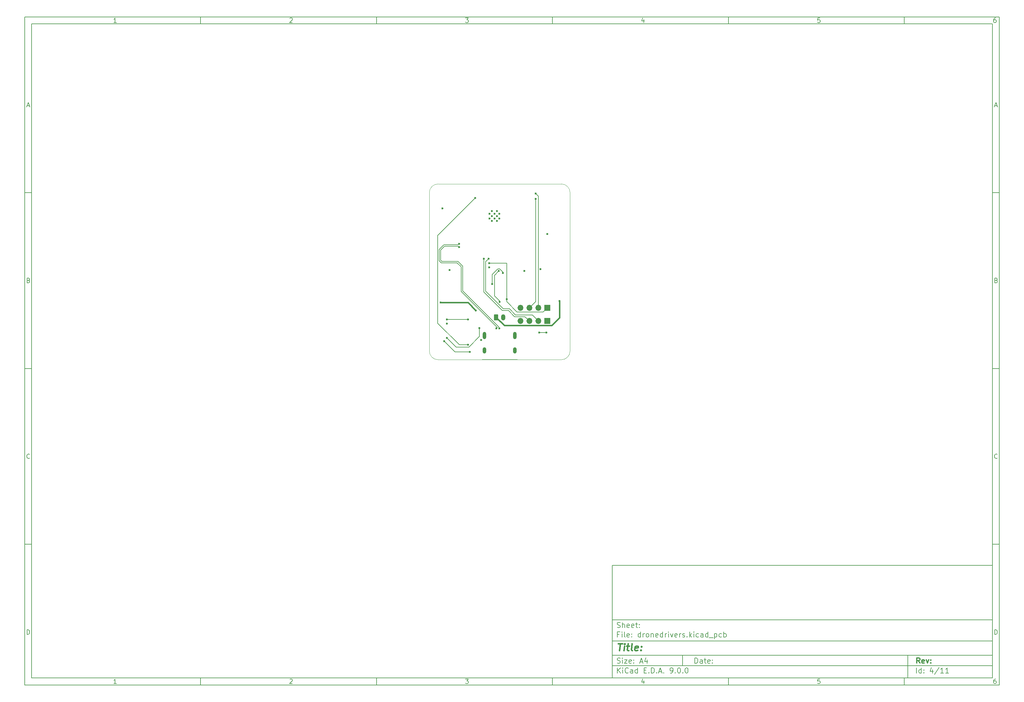
<source format=gbr>
%TF.GenerationSoftware,KiCad,Pcbnew,9.0.0*%
%TF.CreationDate,2025-03-29T01:57:50-05:00*%
%TF.ProjectId,dronedrivers,64726f6e-6564-4726-9976-6572732e6b69,rev?*%
%TF.SameCoordinates,Original*%
%TF.FileFunction,Copper,L4,Bot*%
%TF.FilePolarity,Positive*%
%FSLAX46Y46*%
G04 Gerber Fmt 4.6, Leading zero omitted, Abs format (unit mm)*
G04 Created by KiCad (PCBNEW 9.0.0) date 2025-03-29 01:57:50*
%MOMM*%
%LPD*%
G01*
G04 APERTURE LIST*
G04 Aperture macros list*
%AMRoundRect*
0 Rectangle with rounded corners*
0 $1 Rounding radius*
0 $2 $3 $4 $5 $6 $7 $8 $9 X,Y pos of 4 corners*
0 Add a 4 corners polygon primitive as box body*
4,1,4,$2,$3,$4,$5,$6,$7,$8,$9,$2,$3,0*
0 Add four circle primitives for the rounded corners*
1,1,$1+$1,$2,$3*
1,1,$1+$1,$4,$5*
1,1,$1+$1,$6,$7*
1,1,$1+$1,$8,$9*
0 Add four rect primitives between the rounded corners*
20,1,$1+$1,$2,$3,$4,$5,0*
20,1,$1+$1,$4,$5,$6,$7,0*
20,1,$1+$1,$6,$7,$8,$9,0*
20,1,$1+$1,$8,$9,$2,$3,0*%
G04 Aperture macros list end*
%ADD10C,0.100000*%
%ADD11C,0.150000*%
%ADD12C,0.300000*%
%ADD13C,0.400000*%
%TA.AperFunction,HeatsinkPad*%
%ADD14C,0.600000*%
%TD*%
%TA.AperFunction,HeatsinkPad*%
%ADD15O,1.000000X1.800000*%
%TD*%
%TA.AperFunction,HeatsinkPad*%
%ADD16O,1.000000X2.100000*%
%TD*%
%TA.AperFunction,ComponentPad*%
%ADD17R,1.700000X1.700000*%
%TD*%
%TA.AperFunction,ComponentPad*%
%ADD18O,1.700000X1.700000*%
%TD*%
%TA.AperFunction,ComponentPad*%
%ADD19O,1.200000X1.750000*%
%TD*%
%TA.AperFunction,ComponentPad*%
%ADD20RoundRect,0.250000X-0.350000X-0.625000X0.350000X-0.625000X0.350000X0.625000X-0.350000X0.625000X0*%
%TD*%
%TA.AperFunction,ViaPad*%
%ADD21C,0.600000*%
%TD*%
%TA.AperFunction,Conductor*%
%ADD22C,0.200000*%
%TD*%
%TA.AperFunction,Conductor*%
%ADD23C,0.400000*%
%TD*%
%TA.AperFunction,Profile*%
%ADD24C,0.050000*%
%TD*%
G04 APERTURE END LIST*
D10*
D11*
X177002200Y-166007200D02*
X285002200Y-166007200D01*
X285002200Y-198007200D01*
X177002200Y-198007200D01*
X177002200Y-166007200D01*
D10*
D11*
X10000000Y-10000000D02*
X287002200Y-10000000D01*
X287002200Y-200007200D01*
X10000000Y-200007200D01*
X10000000Y-10000000D01*
D10*
D11*
X12000000Y-12000000D02*
X285002200Y-12000000D01*
X285002200Y-198007200D01*
X12000000Y-198007200D01*
X12000000Y-12000000D01*
D10*
D11*
X60000000Y-12000000D02*
X60000000Y-10000000D01*
D10*
D11*
X110000000Y-12000000D02*
X110000000Y-10000000D01*
D10*
D11*
X160000000Y-12000000D02*
X160000000Y-10000000D01*
D10*
D11*
X210000000Y-12000000D02*
X210000000Y-10000000D01*
D10*
D11*
X260000000Y-12000000D02*
X260000000Y-10000000D01*
D10*
D11*
X36089160Y-11593604D02*
X35346303Y-11593604D01*
X35717731Y-11593604D02*
X35717731Y-10293604D01*
X35717731Y-10293604D02*
X35593922Y-10479319D01*
X35593922Y-10479319D02*
X35470112Y-10603128D01*
X35470112Y-10603128D02*
X35346303Y-10665033D01*
D10*
D11*
X85346303Y-10417414D02*
X85408207Y-10355509D01*
X85408207Y-10355509D02*
X85532017Y-10293604D01*
X85532017Y-10293604D02*
X85841541Y-10293604D01*
X85841541Y-10293604D02*
X85965350Y-10355509D01*
X85965350Y-10355509D02*
X86027255Y-10417414D01*
X86027255Y-10417414D02*
X86089160Y-10541223D01*
X86089160Y-10541223D02*
X86089160Y-10665033D01*
X86089160Y-10665033D02*
X86027255Y-10850747D01*
X86027255Y-10850747D02*
X85284398Y-11593604D01*
X85284398Y-11593604D02*
X86089160Y-11593604D01*
D10*
D11*
X135284398Y-10293604D02*
X136089160Y-10293604D01*
X136089160Y-10293604D02*
X135655826Y-10788842D01*
X135655826Y-10788842D02*
X135841541Y-10788842D01*
X135841541Y-10788842D02*
X135965350Y-10850747D01*
X135965350Y-10850747D02*
X136027255Y-10912652D01*
X136027255Y-10912652D02*
X136089160Y-11036461D01*
X136089160Y-11036461D02*
X136089160Y-11345985D01*
X136089160Y-11345985D02*
X136027255Y-11469795D01*
X136027255Y-11469795D02*
X135965350Y-11531700D01*
X135965350Y-11531700D02*
X135841541Y-11593604D01*
X135841541Y-11593604D02*
X135470112Y-11593604D01*
X135470112Y-11593604D02*
X135346303Y-11531700D01*
X135346303Y-11531700D02*
X135284398Y-11469795D01*
D10*
D11*
X185965350Y-10726938D02*
X185965350Y-11593604D01*
X185655826Y-10231700D02*
X185346303Y-11160271D01*
X185346303Y-11160271D02*
X186151064Y-11160271D01*
D10*
D11*
X236027255Y-10293604D02*
X235408207Y-10293604D01*
X235408207Y-10293604D02*
X235346303Y-10912652D01*
X235346303Y-10912652D02*
X235408207Y-10850747D01*
X235408207Y-10850747D02*
X235532017Y-10788842D01*
X235532017Y-10788842D02*
X235841541Y-10788842D01*
X235841541Y-10788842D02*
X235965350Y-10850747D01*
X235965350Y-10850747D02*
X236027255Y-10912652D01*
X236027255Y-10912652D02*
X236089160Y-11036461D01*
X236089160Y-11036461D02*
X236089160Y-11345985D01*
X236089160Y-11345985D02*
X236027255Y-11469795D01*
X236027255Y-11469795D02*
X235965350Y-11531700D01*
X235965350Y-11531700D02*
X235841541Y-11593604D01*
X235841541Y-11593604D02*
X235532017Y-11593604D01*
X235532017Y-11593604D02*
X235408207Y-11531700D01*
X235408207Y-11531700D02*
X235346303Y-11469795D01*
D10*
D11*
X285965350Y-10293604D02*
X285717731Y-10293604D01*
X285717731Y-10293604D02*
X285593922Y-10355509D01*
X285593922Y-10355509D02*
X285532017Y-10417414D01*
X285532017Y-10417414D02*
X285408207Y-10603128D01*
X285408207Y-10603128D02*
X285346303Y-10850747D01*
X285346303Y-10850747D02*
X285346303Y-11345985D01*
X285346303Y-11345985D02*
X285408207Y-11469795D01*
X285408207Y-11469795D02*
X285470112Y-11531700D01*
X285470112Y-11531700D02*
X285593922Y-11593604D01*
X285593922Y-11593604D02*
X285841541Y-11593604D01*
X285841541Y-11593604D02*
X285965350Y-11531700D01*
X285965350Y-11531700D02*
X286027255Y-11469795D01*
X286027255Y-11469795D02*
X286089160Y-11345985D01*
X286089160Y-11345985D02*
X286089160Y-11036461D01*
X286089160Y-11036461D02*
X286027255Y-10912652D01*
X286027255Y-10912652D02*
X285965350Y-10850747D01*
X285965350Y-10850747D02*
X285841541Y-10788842D01*
X285841541Y-10788842D02*
X285593922Y-10788842D01*
X285593922Y-10788842D02*
X285470112Y-10850747D01*
X285470112Y-10850747D02*
X285408207Y-10912652D01*
X285408207Y-10912652D02*
X285346303Y-11036461D01*
D10*
D11*
X60000000Y-198007200D02*
X60000000Y-200007200D01*
D10*
D11*
X110000000Y-198007200D02*
X110000000Y-200007200D01*
D10*
D11*
X160000000Y-198007200D02*
X160000000Y-200007200D01*
D10*
D11*
X210000000Y-198007200D02*
X210000000Y-200007200D01*
D10*
D11*
X260000000Y-198007200D02*
X260000000Y-200007200D01*
D10*
D11*
X36089160Y-199600804D02*
X35346303Y-199600804D01*
X35717731Y-199600804D02*
X35717731Y-198300804D01*
X35717731Y-198300804D02*
X35593922Y-198486519D01*
X35593922Y-198486519D02*
X35470112Y-198610328D01*
X35470112Y-198610328D02*
X35346303Y-198672233D01*
D10*
D11*
X85346303Y-198424614D02*
X85408207Y-198362709D01*
X85408207Y-198362709D02*
X85532017Y-198300804D01*
X85532017Y-198300804D02*
X85841541Y-198300804D01*
X85841541Y-198300804D02*
X85965350Y-198362709D01*
X85965350Y-198362709D02*
X86027255Y-198424614D01*
X86027255Y-198424614D02*
X86089160Y-198548423D01*
X86089160Y-198548423D02*
X86089160Y-198672233D01*
X86089160Y-198672233D02*
X86027255Y-198857947D01*
X86027255Y-198857947D02*
X85284398Y-199600804D01*
X85284398Y-199600804D02*
X86089160Y-199600804D01*
D10*
D11*
X135284398Y-198300804D02*
X136089160Y-198300804D01*
X136089160Y-198300804D02*
X135655826Y-198796042D01*
X135655826Y-198796042D02*
X135841541Y-198796042D01*
X135841541Y-198796042D02*
X135965350Y-198857947D01*
X135965350Y-198857947D02*
X136027255Y-198919852D01*
X136027255Y-198919852D02*
X136089160Y-199043661D01*
X136089160Y-199043661D02*
X136089160Y-199353185D01*
X136089160Y-199353185D02*
X136027255Y-199476995D01*
X136027255Y-199476995D02*
X135965350Y-199538900D01*
X135965350Y-199538900D02*
X135841541Y-199600804D01*
X135841541Y-199600804D02*
X135470112Y-199600804D01*
X135470112Y-199600804D02*
X135346303Y-199538900D01*
X135346303Y-199538900D02*
X135284398Y-199476995D01*
D10*
D11*
X185965350Y-198734138D02*
X185965350Y-199600804D01*
X185655826Y-198238900D02*
X185346303Y-199167471D01*
X185346303Y-199167471D02*
X186151064Y-199167471D01*
D10*
D11*
X236027255Y-198300804D02*
X235408207Y-198300804D01*
X235408207Y-198300804D02*
X235346303Y-198919852D01*
X235346303Y-198919852D02*
X235408207Y-198857947D01*
X235408207Y-198857947D02*
X235532017Y-198796042D01*
X235532017Y-198796042D02*
X235841541Y-198796042D01*
X235841541Y-198796042D02*
X235965350Y-198857947D01*
X235965350Y-198857947D02*
X236027255Y-198919852D01*
X236027255Y-198919852D02*
X236089160Y-199043661D01*
X236089160Y-199043661D02*
X236089160Y-199353185D01*
X236089160Y-199353185D02*
X236027255Y-199476995D01*
X236027255Y-199476995D02*
X235965350Y-199538900D01*
X235965350Y-199538900D02*
X235841541Y-199600804D01*
X235841541Y-199600804D02*
X235532017Y-199600804D01*
X235532017Y-199600804D02*
X235408207Y-199538900D01*
X235408207Y-199538900D02*
X235346303Y-199476995D01*
D10*
D11*
X285965350Y-198300804D02*
X285717731Y-198300804D01*
X285717731Y-198300804D02*
X285593922Y-198362709D01*
X285593922Y-198362709D02*
X285532017Y-198424614D01*
X285532017Y-198424614D02*
X285408207Y-198610328D01*
X285408207Y-198610328D02*
X285346303Y-198857947D01*
X285346303Y-198857947D02*
X285346303Y-199353185D01*
X285346303Y-199353185D02*
X285408207Y-199476995D01*
X285408207Y-199476995D02*
X285470112Y-199538900D01*
X285470112Y-199538900D02*
X285593922Y-199600804D01*
X285593922Y-199600804D02*
X285841541Y-199600804D01*
X285841541Y-199600804D02*
X285965350Y-199538900D01*
X285965350Y-199538900D02*
X286027255Y-199476995D01*
X286027255Y-199476995D02*
X286089160Y-199353185D01*
X286089160Y-199353185D02*
X286089160Y-199043661D01*
X286089160Y-199043661D02*
X286027255Y-198919852D01*
X286027255Y-198919852D02*
X285965350Y-198857947D01*
X285965350Y-198857947D02*
X285841541Y-198796042D01*
X285841541Y-198796042D02*
X285593922Y-198796042D01*
X285593922Y-198796042D02*
X285470112Y-198857947D01*
X285470112Y-198857947D02*
X285408207Y-198919852D01*
X285408207Y-198919852D02*
X285346303Y-199043661D01*
D10*
D11*
X10000000Y-60000000D02*
X12000000Y-60000000D01*
D10*
D11*
X10000000Y-110000000D02*
X12000000Y-110000000D01*
D10*
D11*
X10000000Y-160000000D02*
X12000000Y-160000000D01*
D10*
D11*
X10690476Y-35222176D02*
X11309523Y-35222176D01*
X10566666Y-35593604D02*
X10999999Y-34293604D01*
X10999999Y-34293604D02*
X11433333Y-35593604D01*
D10*
D11*
X11092857Y-84912652D02*
X11278571Y-84974557D01*
X11278571Y-84974557D02*
X11340476Y-85036461D01*
X11340476Y-85036461D02*
X11402380Y-85160271D01*
X11402380Y-85160271D02*
X11402380Y-85345985D01*
X11402380Y-85345985D02*
X11340476Y-85469795D01*
X11340476Y-85469795D02*
X11278571Y-85531700D01*
X11278571Y-85531700D02*
X11154761Y-85593604D01*
X11154761Y-85593604D02*
X10659523Y-85593604D01*
X10659523Y-85593604D02*
X10659523Y-84293604D01*
X10659523Y-84293604D02*
X11092857Y-84293604D01*
X11092857Y-84293604D02*
X11216666Y-84355509D01*
X11216666Y-84355509D02*
X11278571Y-84417414D01*
X11278571Y-84417414D02*
X11340476Y-84541223D01*
X11340476Y-84541223D02*
X11340476Y-84665033D01*
X11340476Y-84665033D02*
X11278571Y-84788842D01*
X11278571Y-84788842D02*
X11216666Y-84850747D01*
X11216666Y-84850747D02*
X11092857Y-84912652D01*
X11092857Y-84912652D02*
X10659523Y-84912652D01*
D10*
D11*
X11402380Y-135469795D02*
X11340476Y-135531700D01*
X11340476Y-135531700D02*
X11154761Y-135593604D01*
X11154761Y-135593604D02*
X11030952Y-135593604D01*
X11030952Y-135593604D02*
X10845238Y-135531700D01*
X10845238Y-135531700D02*
X10721428Y-135407890D01*
X10721428Y-135407890D02*
X10659523Y-135284080D01*
X10659523Y-135284080D02*
X10597619Y-135036461D01*
X10597619Y-135036461D02*
X10597619Y-134850747D01*
X10597619Y-134850747D02*
X10659523Y-134603128D01*
X10659523Y-134603128D02*
X10721428Y-134479319D01*
X10721428Y-134479319D02*
X10845238Y-134355509D01*
X10845238Y-134355509D02*
X11030952Y-134293604D01*
X11030952Y-134293604D02*
X11154761Y-134293604D01*
X11154761Y-134293604D02*
X11340476Y-134355509D01*
X11340476Y-134355509D02*
X11402380Y-134417414D01*
D10*
D11*
X10659523Y-185593604D02*
X10659523Y-184293604D01*
X10659523Y-184293604D02*
X10969047Y-184293604D01*
X10969047Y-184293604D02*
X11154761Y-184355509D01*
X11154761Y-184355509D02*
X11278571Y-184479319D01*
X11278571Y-184479319D02*
X11340476Y-184603128D01*
X11340476Y-184603128D02*
X11402380Y-184850747D01*
X11402380Y-184850747D02*
X11402380Y-185036461D01*
X11402380Y-185036461D02*
X11340476Y-185284080D01*
X11340476Y-185284080D02*
X11278571Y-185407890D01*
X11278571Y-185407890D02*
X11154761Y-185531700D01*
X11154761Y-185531700D02*
X10969047Y-185593604D01*
X10969047Y-185593604D02*
X10659523Y-185593604D01*
D10*
D11*
X287002200Y-60000000D02*
X285002200Y-60000000D01*
D10*
D11*
X287002200Y-110000000D02*
X285002200Y-110000000D01*
D10*
D11*
X287002200Y-160000000D02*
X285002200Y-160000000D01*
D10*
D11*
X285692676Y-35222176D02*
X286311723Y-35222176D01*
X285568866Y-35593604D02*
X286002199Y-34293604D01*
X286002199Y-34293604D02*
X286435533Y-35593604D01*
D10*
D11*
X286095057Y-84912652D02*
X286280771Y-84974557D01*
X286280771Y-84974557D02*
X286342676Y-85036461D01*
X286342676Y-85036461D02*
X286404580Y-85160271D01*
X286404580Y-85160271D02*
X286404580Y-85345985D01*
X286404580Y-85345985D02*
X286342676Y-85469795D01*
X286342676Y-85469795D02*
X286280771Y-85531700D01*
X286280771Y-85531700D02*
X286156961Y-85593604D01*
X286156961Y-85593604D02*
X285661723Y-85593604D01*
X285661723Y-85593604D02*
X285661723Y-84293604D01*
X285661723Y-84293604D02*
X286095057Y-84293604D01*
X286095057Y-84293604D02*
X286218866Y-84355509D01*
X286218866Y-84355509D02*
X286280771Y-84417414D01*
X286280771Y-84417414D02*
X286342676Y-84541223D01*
X286342676Y-84541223D02*
X286342676Y-84665033D01*
X286342676Y-84665033D02*
X286280771Y-84788842D01*
X286280771Y-84788842D02*
X286218866Y-84850747D01*
X286218866Y-84850747D02*
X286095057Y-84912652D01*
X286095057Y-84912652D02*
X285661723Y-84912652D01*
D10*
D11*
X286404580Y-135469795D02*
X286342676Y-135531700D01*
X286342676Y-135531700D02*
X286156961Y-135593604D01*
X286156961Y-135593604D02*
X286033152Y-135593604D01*
X286033152Y-135593604D02*
X285847438Y-135531700D01*
X285847438Y-135531700D02*
X285723628Y-135407890D01*
X285723628Y-135407890D02*
X285661723Y-135284080D01*
X285661723Y-135284080D02*
X285599819Y-135036461D01*
X285599819Y-135036461D02*
X285599819Y-134850747D01*
X285599819Y-134850747D02*
X285661723Y-134603128D01*
X285661723Y-134603128D02*
X285723628Y-134479319D01*
X285723628Y-134479319D02*
X285847438Y-134355509D01*
X285847438Y-134355509D02*
X286033152Y-134293604D01*
X286033152Y-134293604D02*
X286156961Y-134293604D01*
X286156961Y-134293604D02*
X286342676Y-134355509D01*
X286342676Y-134355509D02*
X286404580Y-134417414D01*
D10*
D11*
X285661723Y-185593604D02*
X285661723Y-184293604D01*
X285661723Y-184293604D02*
X285971247Y-184293604D01*
X285971247Y-184293604D02*
X286156961Y-184355509D01*
X286156961Y-184355509D02*
X286280771Y-184479319D01*
X286280771Y-184479319D02*
X286342676Y-184603128D01*
X286342676Y-184603128D02*
X286404580Y-184850747D01*
X286404580Y-184850747D02*
X286404580Y-185036461D01*
X286404580Y-185036461D02*
X286342676Y-185284080D01*
X286342676Y-185284080D02*
X286280771Y-185407890D01*
X286280771Y-185407890D02*
X286156961Y-185531700D01*
X286156961Y-185531700D02*
X285971247Y-185593604D01*
X285971247Y-185593604D02*
X285661723Y-185593604D01*
D10*
D11*
X200458026Y-193793328D02*
X200458026Y-192293328D01*
X200458026Y-192293328D02*
X200815169Y-192293328D01*
X200815169Y-192293328D02*
X201029455Y-192364757D01*
X201029455Y-192364757D02*
X201172312Y-192507614D01*
X201172312Y-192507614D02*
X201243741Y-192650471D01*
X201243741Y-192650471D02*
X201315169Y-192936185D01*
X201315169Y-192936185D02*
X201315169Y-193150471D01*
X201315169Y-193150471D02*
X201243741Y-193436185D01*
X201243741Y-193436185D02*
X201172312Y-193579042D01*
X201172312Y-193579042D02*
X201029455Y-193721900D01*
X201029455Y-193721900D02*
X200815169Y-193793328D01*
X200815169Y-193793328D02*
X200458026Y-193793328D01*
X202600884Y-193793328D02*
X202600884Y-193007614D01*
X202600884Y-193007614D02*
X202529455Y-192864757D01*
X202529455Y-192864757D02*
X202386598Y-192793328D01*
X202386598Y-192793328D02*
X202100884Y-192793328D01*
X202100884Y-192793328D02*
X201958026Y-192864757D01*
X202600884Y-193721900D02*
X202458026Y-193793328D01*
X202458026Y-193793328D02*
X202100884Y-193793328D01*
X202100884Y-193793328D02*
X201958026Y-193721900D01*
X201958026Y-193721900D02*
X201886598Y-193579042D01*
X201886598Y-193579042D02*
X201886598Y-193436185D01*
X201886598Y-193436185D02*
X201958026Y-193293328D01*
X201958026Y-193293328D02*
X202100884Y-193221900D01*
X202100884Y-193221900D02*
X202458026Y-193221900D01*
X202458026Y-193221900D02*
X202600884Y-193150471D01*
X203100884Y-192793328D02*
X203672312Y-192793328D01*
X203315169Y-192293328D02*
X203315169Y-193579042D01*
X203315169Y-193579042D02*
X203386598Y-193721900D01*
X203386598Y-193721900D02*
X203529455Y-193793328D01*
X203529455Y-193793328D02*
X203672312Y-193793328D01*
X204743741Y-193721900D02*
X204600884Y-193793328D01*
X204600884Y-193793328D02*
X204315170Y-193793328D01*
X204315170Y-193793328D02*
X204172312Y-193721900D01*
X204172312Y-193721900D02*
X204100884Y-193579042D01*
X204100884Y-193579042D02*
X204100884Y-193007614D01*
X204100884Y-193007614D02*
X204172312Y-192864757D01*
X204172312Y-192864757D02*
X204315170Y-192793328D01*
X204315170Y-192793328D02*
X204600884Y-192793328D01*
X204600884Y-192793328D02*
X204743741Y-192864757D01*
X204743741Y-192864757D02*
X204815170Y-193007614D01*
X204815170Y-193007614D02*
X204815170Y-193150471D01*
X204815170Y-193150471D02*
X204100884Y-193293328D01*
X205458026Y-193650471D02*
X205529455Y-193721900D01*
X205529455Y-193721900D02*
X205458026Y-193793328D01*
X205458026Y-193793328D02*
X205386598Y-193721900D01*
X205386598Y-193721900D02*
X205458026Y-193650471D01*
X205458026Y-193650471D02*
X205458026Y-193793328D01*
X205458026Y-192864757D02*
X205529455Y-192936185D01*
X205529455Y-192936185D02*
X205458026Y-193007614D01*
X205458026Y-193007614D02*
X205386598Y-192936185D01*
X205386598Y-192936185D02*
X205458026Y-192864757D01*
X205458026Y-192864757D02*
X205458026Y-193007614D01*
D10*
D11*
X177002200Y-194507200D02*
X285002200Y-194507200D01*
D10*
D11*
X178458026Y-196593328D02*
X178458026Y-195093328D01*
X179315169Y-196593328D02*
X178672312Y-195736185D01*
X179315169Y-195093328D02*
X178458026Y-195950471D01*
X179958026Y-196593328D02*
X179958026Y-195593328D01*
X179958026Y-195093328D02*
X179886598Y-195164757D01*
X179886598Y-195164757D02*
X179958026Y-195236185D01*
X179958026Y-195236185D02*
X180029455Y-195164757D01*
X180029455Y-195164757D02*
X179958026Y-195093328D01*
X179958026Y-195093328D02*
X179958026Y-195236185D01*
X181529455Y-196450471D02*
X181458027Y-196521900D01*
X181458027Y-196521900D02*
X181243741Y-196593328D01*
X181243741Y-196593328D02*
X181100884Y-196593328D01*
X181100884Y-196593328D02*
X180886598Y-196521900D01*
X180886598Y-196521900D02*
X180743741Y-196379042D01*
X180743741Y-196379042D02*
X180672312Y-196236185D01*
X180672312Y-196236185D02*
X180600884Y-195950471D01*
X180600884Y-195950471D02*
X180600884Y-195736185D01*
X180600884Y-195736185D02*
X180672312Y-195450471D01*
X180672312Y-195450471D02*
X180743741Y-195307614D01*
X180743741Y-195307614D02*
X180886598Y-195164757D01*
X180886598Y-195164757D02*
X181100884Y-195093328D01*
X181100884Y-195093328D02*
X181243741Y-195093328D01*
X181243741Y-195093328D02*
X181458027Y-195164757D01*
X181458027Y-195164757D02*
X181529455Y-195236185D01*
X182815170Y-196593328D02*
X182815170Y-195807614D01*
X182815170Y-195807614D02*
X182743741Y-195664757D01*
X182743741Y-195664757D02*
X182600884Y-195593328D01*
X182600884Y-195593328D02*
X182315170Y-195593328D01*
X182315170Y-195593328D02*
X182172312Y-195664757D01*
X182815170Y-196521900D02*
X182672312Y-196593328D01*
X182672312Y-196593328D02*
X182315170Y-196593328D01*
X182315170Y-196593328D02*
X182172312Y-196521900D01*
X182172312Y-196521900D02*
X182100884Y-196379042D01*
X182100884Y-196379042D02*
X182100884Y-196236185D01*
X182100884Y-196236185D02*
X182172312Y-196093328D01*
X182172312Y-196093328D02*
X182315170Y-196021900D01*
X182315170Y-196021900D02*
X182672312Y-196021900D01*
X182672312Y-196021900D02*
X182815170Y-195950471D01*
X184172313Y-196593328D02*
X184172313Y-195093328D01*
X184172313Y-196521900D02*
X184029455Y-196593328D01*
X184029455Y-196593328D02*
X183743741Y-196593328D01*
X183743741Y-196593328D02*
X183600884Y-196521900D01*
X183600884Y-196521900D02*
X183529455Y-196450471D01*
X183529455Y-196450471D02*
X183458027Y-196307614D01*
X183458027Y-196307614D02*
X183458027Y-195879042D01*
X183458027Y-195879042D02*
X183529455Y-195736185D01*
X183529455Y-195736185D02*
X183600884Y-195664757D01*
X183600884Y-195664757D02*
X183743741Y-195593328D01*
X183743741Y-195593328D02*
X184029455Y-195593328D01*
X184029455Y-195593328D02*
X184172313Y-195664757D01*
X186029455Y-195807614D02*
X186529455Y-195807614D01*
X186743741Y-196593328D02*
X186029455Y-196593328D01*
X186029455Y-196593328D02*
X186029455Y-195093328D01*
X186029455Y-195093328D02*
X186743741Y-195093328D01*
X187386598Y-196450471D02*
X187458027Y-196521900D01*
X187458027Y-196521900D02*
X187386598Y-196593328D01*
X187386598Y-196593328D02*
X187315170Y-196521900D01*
X187315170Y-196521900D02*
X187386598Y-196450471D01*
X187386598Y-196450471D02*
X187386598Y-196593328D01*
X188100884Y-196593328D02*
X188100884Y-195093328D01*
X188100884Y-195093328D02*
X188458027Y-195093328D01*
X188458027Y-195093328D02*
X188672313Y-195164757D01*
X188672313Y-195164757D02*
X188815170Y-195307614D01*
X188815170Y-195307614D02*
X188886599Y-195450471D01*
X188886599Y-195450471D02*
X188958027Y-195736185D01*
X188958027Y-195736185D02*
X188958027Y-195950471D01*
X188958027Y-195950471D02*
X188886599Y-196236185D01*
X188886599Y-196236185D02*
X188815170Y-196379042D01*
X188815170Y-196379042D02*
X188672313Y-196521900D01*
X188672313Y-196521900D02*
X188458027Y-196593328D01*
X188458027Y-196593328D02*
X188100884Y-196593328D01*
X189600884Y-196450471D02*
X189672313Y-196521900D01*
X189672313Y-196521900D02*
X189600884Y-196593328D01*
X189600884Y-196593328D02*
X189529456Y-196521900D01*
X189529456Y-196521900D02*
X189600884Y-196450471D01*
X189600884Y-196450471D02*
X189600884Y-196593328D01*
X190243742Y-196164757D02*
X190958028Y-196164757D01*
X190100885Y-196593328D02*
X190600885Y-195093328D01*
X190600885Y-195093328D02*
X191100885Y-196593328D01*
X191600884Y-196450471D02*
X191672313Y-196521900D01*
X191672313Y-196521900D02*
X191600884Y-196593328D01*
X191600884Y-196593328D02*
X191529456Y-196521900D01*
X191529456Y-196521900D02*
X191600884Y-196450471D01*
X191600884Y-196450471D02*
X191600884Y-196593328D01*
X193529456Y-196593328D02*
X193815170Y-196593328D01*
X193815170Y-196593328D02*
X193958027Y-196521900D01*
X193958027Y-196521900D02*
X194029456Y-196450471D01*
X194029456Y-196450471D02*
X194172313Y-196236185D01*
X194172313Y-196236185D02*
X194243742Y-195950471D01*
X194243742Y-195950471D02*
X194243742Y-195379042D01*
X194243742Y-195379042D02*
X194172313Y-195236185D01*
X194172313Y-195236185D02*
X194100885Y-195164757D01*
X194100885Y-195164757D02*
X193958027Y-195093328D01*
X193958027Y-195093328D02*
X193672313Y-195093328D01*
X193672313Y-195093328D02*
X193529456Y-195164757D01*
X193529456Y-195164757D02*
X193458027Y-195236185D01*
X193458027Y-195236185D02*
X193386599Y-195379042D01*
X193386599Y-195379042D02*
X193386599Y-195736185D01*
X193386599Y-195736185D02*
X193458027Y-195879042D01*
X193458027Y-195879042D02*
X193529456Y-195950471D01*
X193529456Y-195950471D02*
X193672313Y-196021900D01*
X193672313Y-196021900D02*
X193958027Y-196021900D01*
X193958027Y-196021900D02*
X194100885Y-195950471D01*
X194100885Y-195950471D02*
X194172313Y-195879042D01*
X194172313Y-195879042D02*
X194243742Y-195736185D01*
X194886598Y-196450471D02*
X194958027Y-196521900D01*
X194958027Y-196521900D02*
X194886598Y-196593328D01*
X194886598Y-196593328D02*
X194815170Y-196521900D01*
X194815170Y-196521900D02*
X194886598Y-196450471D01*
X194886598Y-196450471D02*
X194886598Y-196593328D01*
X195886599Y-195093328D02*
X196029456Y-195093328D01*
X196029456Y-195093328D02*
X196172313Y-195164757D01*
X196172313Y-195164757D02*
X196243742Y-195236185D01*
X196243742Y-195236185D02*
X196315170Y-195379042D01*
X196315170Y-195379042D02*
X196386599Y-195664757D01*
X196386599Y-195664757D02*
X196386599Y-196021900D01*
X196386599Y-196021900D02*
X196315170Y-196307614D01*
X196315170Y-196307614D02*
X196243742Y-196450471D01*
X196243742Y-196450471D02*
X196172313Y-196521900D01*
X196172313Y-196521900D02*
X196029456Y-196593328D01*
X196029456Y-196593328D02*
X195886599Y-196593328D01*
X195886599Y-196593328D02*
X195743742Y-196521900D01*
X195743742Y-196521900D02*
X195672313Y-196450471D01*
X195672313Y-196450471D02*
X195600884Y-196307614D01*
X195600884Y-196307614D02*
X195529456Y-196021900D01*
X195529456Y-196021900D02*
X195529456Y-195664757D01*
X195529456Y-195664757D02*
X195600884Y-195379042D01*
X195600884Y-195379042D02*
X195672313Y-195236185D01*
X195672313Y-195236185D02*
X195743742Y-195164757D01*
X195743742Y-195164757D02*
X195886599Y-195093328D01*
X197029455Y-196450471D02*
X197100884Y-196521900D01*
X197100884Y-196521900D02*
X197029455Y-196593328D01*
X197029455Y-196593328D02*
X196958027Y-196521900D01*
X196958027Y-196521900D02*
X197029455Y-196450471D01*
X197029455Y-196450471D02*
X197029455Y-196593328D01*
X198029456Y-195093328D02*
X198172313Y-195093328D01*
X198172313Y-195093328D02*
X198315170Y-195164757D01*
X198315170Y-195164757D02*
X198386599Y-195236185D01*
X198386599Y-195236185D02*
X198458027Y-195379042D01*
X198458027Y-195379042D02*
X198529456Y-195664757D01*
X198529456Y-195664757D02*
X198529456Y-196021900D01*
X198529456Y-196021900D02*
X198458027Y-196307614D01*
X198458027Y-196307614D02*
X198386599Y-196450471D01*
X198386599Y-196450471D02*
X198315170Y-196521900D01*
X198315170Y-196521900D02*
X198172313Y-196593328D01*
X198172313Y-196593328D02*
X198029456Y-196593328D01*
X198029456Y-196593328D02*
X197886599Y-196521900D01*
X197886599Y-196521900D02*
X197815170Y-196450471D01*
X197815170Y-196450471D02*
X197743741Y-196307614D01*
X197743741Y-196307614D02*
X197672313Y-196021900D01*
X197672313Y-196021900D02*
X197672313Y-195664757D01*
X197672313Y-195664757D02*
X197743741Y-195379042D01*
X197743741Y-195379042D02*
X197815170Y-195236185D01*
X197815170Y-195236185D02*
X197886599Y-195164757D01*
X197886599Y-195164757D02*
X198029456Y-195093328D01*
D10*
D11*
X177002200Y-191507200D02*
X285002200Y-191507200D01*
D10*
D12*
X264413853Y-193785528D02*
X263913853Y-193071242D01*
X263556710Y-193785528D02*
X263556710Y-192285528D01*
X263556710Y-192285528D02*
X264128139Y-192285528D01*
X264128139Y-192285528D02*
X264270996Y-192356957D01*
X264270996Y-192356957D02*
X264342425Y-192428385D01*
X264342425Y-192428385D02*
X264413853Y-192571242D01*
X264413853Y-192571242D02*
X264413853Y-192785528D01*
X264413853Y-192785528D02*
X264342425Y-192928385D01*
X264342425Y-192928385D02*
X264270996Y-192999814D01*
X264270996Y-192999814D02*
X264128139Y-193071242D01*
X264128139Y-193071242D02*
X263556710Y-193071242D01*
X265628139Y-193714100D02*
X265485282Y-193785528D01*
X265485282Y-193785528D02*
X265199568Y-193785528D01*
X265199568Y-193785528D02*
X265056710Y-193714100D01*
X265056710Y-193714100D02*
X264985282Y-193571242D01*
X264985282Y-193571242D02*
X264985282Y-192999814D01*
X264985282Y-192999814D02*
X265056710Y-192856957D01*
X265056710Y-192856957D02*
X265199568Y-192785528D01*
X265199568Y-192785528D02*
X265485282Y-192785528D01*
X265485282Y-192785528D02*
X265628139Y-192856957D01*
X265628139Y-192856957D02*
X265699568Y-192999814D01*
X265699568Y-192999814D02*
X265699568Y-193142671D01*
X265699568Y-193142671D02*
X264985282Y-193285528D01*
X266199567Y-192785528D02*
X266556710Y-193785528D01*
X266556710Y-193785528D02*
X266913853Y-192785528D01*
X267485281Y-193642671D02*
X267556710Y-193714100D01*
X267556710Y-193714100D02*
X267485281Y-193785528D01*
X267485281Y-193785528D02*
X267413853Y-193714100D01*
X267413853Y-193714100D02*
X267485281Y-193642671D01*
X267485281Y-193642671D02*
X267485281Y-193785528D01*
X267485281Y-192856957D02*
X267556710Y-192928385D01*
X267556710Y-192928385D02*
X267485281Y-192999814D01*
X267485281Y-192999814D02*
X267413853Y-192928385D01*
X267413853Y-192928385D02*
X267485281Y-192856957D01*
X267485281Y-192856957D02*
X267485281Y-192999814D01*
D10*
D11*
X178386598Y-193721900D02*
X178600884Y-193793328D01*
X178600884Y-193793328D02*
X178958026Y-193793328D01*
X178958026Y-193793328D02*
X179100884Y-193721900D01*
X179100884Y-193721900D02*
X179172312Y-193650471D01*
X179172312Y-193650471D02*
X179243741Y-193507614D01*
X179243741Y-193507614D02*
X179243741Y-193364757D01*
X179243741Y-193364757D02*
X179172312Y-193221900D01*
X179172312Y-193221900D02*
X179100884Y-193150471D01*
X179100884Y-193150471D02*
X178958026Y-193079042D01*
X178958026Y-193079042D02*
X178672312Y-193007614D01*
X178672312Y-193007614D02*
X178529455Y-192936185D01*
X178529455Y-192936185D02*
X178458026Y-192864757D01*
X178458026Y-192864757D02*
X178386598Y-192721900D01*
X178386598Y-192721900D02*
X178386598Y-192579042D01*
X178386598Y-192579042D02*
X178458026Y-192436185D01*
X178458026Y-192436185D02*
X178529455Y-192364757D01*
X178529455Y-192364757D02*
X178672312Y-192293328D01*
X178672312Y-192293328D02*
X179029455Y-192293328D01*
X179029455Y-192293328D02*
X179243741Y-192364757D01*
X179886597Y-193793328D02*
X179886597Y-192793328D01*
X179886597Y-192293328D02*
X179815169Y-192364757D01*
X179815169Y-192364757D02*
X179886597Y-192436185D01*
X179886597Y-192436185D02*
X179958026Y-192364757D01*
X179958026Y-192364757D02*
X179886597Y-192293328D01*
X179886597Y-192293328D02*
X179886597Y-192436185D01*
X180458026Y-192793328D02*
X181243741Y-192793328D01*
X181243741Y-192793328D02*
X180458026Y-193793328D01*
X180458026Y-193793328D02*
X181243741Y-193793328D01*
X182386598Y-193721900D02*
X182243741Y-193793328D01*
X182243741Y-193793328D02*
X181958027Y-193793328D01*
X181958027Y-193793328D02*
X181815169Y-193721900D01*
X181815169Y-193721900D02*
X181743741Y-193579042D01*
X181743741Y-193579042D02*
X181743741Y-193007614D01*
X181743741Y-193007614D02*
X181815169Y-192864757D01*
X181815169Y-192864757D02*
X181958027Y-192793328D01*
X181958027Y-192793328D02*
X182243741Y-192793328D01*
X182243741Y-192793328D02*
X182386598Y-192864757D01*
X182386598Y-192864757D02*
X182458027Y-193007614D01*
X182458027Y-193007614D02*
X182458027Y-193150471D01*
X182458027Y-193150471D02*
X181743741Y-193293328D01*
X183100883Y-193650471D02*
X183172312Y-193721900D01*
X183172312Y-193721900D02*
X183100883Y-193793328D01*
X183100883Y-193793328D02*
X183029455Y-193721900D01*
X183029455Y-193721900D02*
X183100883Y-193650471D01*
X183100883Y-193650471D02*
X183100883Y-193793328D01*
X183100883Y-192864757D02*
X183172312Y-192936185D01*
X183172312Y-192936185D02*
X183100883Y-193007614D01*
X183100883Y-193007614D02*
X183029455Y-192936185D01*
X183029455Y-192936185D02*
X183100883Y-192864757D01*
X183100883Y-192864757D02*
X183100883Y-193007614D01*
X184886598Y-193364757D02*
X185600884Y-193364757D01*
X184743741Y-193793328D02*
X185243741Y-192293328D01*
X185243741Y-192293328D02*
X185743741Y-193793328D01*
X186886598Y-192793328D02*
X186886598Y-193793328D01*
X186529455Y-192221900D02*
X186172312Y-193293328D01*
X186172312Y-193293328D02*
X187100883Y-193293328D01*
D10*
D11*
X263458026Y-196593328D02*
X263458026Y-195093328D01*
X264815170Y-196593328D02*
X264815170Y-195093328D01*
X264815170Y-196521900D02*
X264672312Y-196593328D01*
X264672312Y-196593328D02*
X264386598Y-196593328D01*
X264386598Y-196593328D02*
X264243741Y-196521900D01*
X264243741Y-196521900D02*
X264172312Y-196450471D01*
X264172312Y-196450471D02*
X264100884Y-196307614D01*
X264100884Y-196307614D02*
X264100884Y-195879042D01*
X264100884Y-195879042D02*
X264172312Y-195736185D01*
X264172312Y-195736185D02*
X264243741Y-195664757D01*
X264243741Y-195664757D02*
X264386598Y-195593328D01*
X264386598Y-195593328D02*
X264672312Y-195593328D01*
X264672312Y-195593328D02*
X264815170Y-195664757D01*
X265529455Y-196450471D02*
X265600884Y-196521900D01*
X265600884Y-196521900D02*
X265529455Y-196593328D01*
X265529455Y-196593328D02*
X265458027Y-196521900D01*
X265458027Y-196521900D02*
X265529455Y-196450471D01*
X265529455Y-196450471D02*
X265529455Y-196593328D01*
X265529455Y-195664757D02*
X265600884Y-195736185D01*
X265600884Y-195736185D02*
X265529455Y-195807614D01*
X265529455Y-195807614D02*
X265458027Y-195736185D01*
X265458027Y-195736185D02*
X265529455Y-195664757D01*
X265529455Y-195664757D02*
X265529455Y-195807614D01*
X268029456Y-195593328D02*
X268029456Y-196593328D01*
X267672313Y-195021900D02*
X267315170Y-196093328D01*
X267315170Y-196093328D02*
X268243741Y-196093328D01*
X269886598Y-195021900D02*
X268600884Y-196950471D01*
X271172313Y-196593328D02*
X270315170Y-196593328D01*
X270743741Y-196593328D02*
X270743741Y-195093328D01*
X270743741Y-195093328D02*
X270600884Y-195307614D01*
X270600884Y-195307614D02*
X270458027Y-195450471D01*
X270458027Y-195450471D02*
X270315170Y-195521900D01*
X272600884Y-196593328D02*
X271743741Y-196593328D01*
X272172312Y-196593328D02*
X272172312Y-195093328D01*
X272172312Y-195093328D02*
X272029455Y-195307614D01*
X272029455Y-195307614D02*
X271886598Y-195450471D01*
X271886598Y-195450471D02*
X271743741Y-195521900D01*
D10*
D11*
X177002200Y-187507200D02*
X285002200Y-187507200D01*
D10*
D13*
X178693928Y-188211638D02*
X179836785Y-188211638D01*
X179015357Y-190211638D02*
X179265357Y-188211638D01*
X180253452Y-190211638D02*
X180420119Y-188878304D01*
X180503452Y-188211638D02*
X180396309Y-188306876D01*
X180396309Y-188306876D02*
X180479643Y-188402114D01*
X180479643Y-188402114D02*
X180586786Y-188306876D01*
X180586786Y-188306876D02*
X180503452Y-188211638D01*
X180503452Y-188211638D02*
X180479643Y-188402114D01*
X181086786Y-188878304D02*
X181848690Y-188878304D01*
X181455833Y-188211638D02*
X181241548Y-189925923D01*
X181241548Y-189925923D02*
X181312976Y-190116400D01*
X181312976Y-190116400D02*
X181491548Y-190211638D01*
X181491548Y-190211638D02*
X181682024Y-190211638D01*
X182634405Y-190211638D02*
X182455833Y-190116400D01*
X182455833Y-190116400D02*
X182384405Y-189925923D01*
X182384405Y-189925923D02*
X182598690Y-188211638D01*
X184170119Y-190116400D02*
X183967738Y-190211638D01*
X183967738Y-190211638D02*
X183586785Y-190211638D01*
X183586785Y-190211638D02*
X183408214Y-190116400D01*
X183408214Y-190116400D02*
X183336785Y-189925923D01*
X183336785Y-189925923D02*
X183432024Y-189164019D01*
X183432024Y-189164019D02*
X183551071Y-188973542D01*
X183551071Y-188973542D02*
X183753452Y-188878304D01*
X183753452Y-188878304D02*
X184134404Y-188878304D01*
X184134404Y-188878304D02*
X184312976Y-188973542D01*
X184312976Y-188973542D02*
X184384404Y-189164019D01*
X184384404Y-189164019D02*
X184360595Y-189354495D01*
X184360595Y-189354495D02*
X183384404Y-189544971D01*
X185134405Y-190021161D02*
X185217738Y-190116400D01*
X185217738Y-190116400D02*
X185110595Y-190211638D01*
X185110595Y-190211638D02*
X185027262Y-190116400D01*
X185027262Y-190116400D02*
X185134405Y-190021161D01*
X185134405Y-190021161D02*
X185110595Y-190211638D01*
X185265357Y-188973542D02*
X185348690Y-189068780D01*
X185348690Y-189068780D02*
X185241548Y-189164019D01*
X185241548Y-189164019D02*
X185158214Y-189068780D01*
X185158214Y-189068780D02*
X185265357Y-188973542D01*
X185265357Y-188973542D02*
X185241548Y-189164019D01*
D10*
D11*
X178958026Y-185607614D02*
X178458026Y-185607614D01*
X178458026Y-186393328D02*
X178458026Y-184893328D01*
X178458026Y-184893328D02*
X179172312Y-184893328D01*
X179743740Y-186393328D02*
X179743740Y-185393328D01*
X179743740Y-184893328D02*
X179672312Y-184964757D01*
X179672312Y-184964757D02*
X179743740Y-185036185D01*
X179743740Y-185036185D02*
X179815169Y-184964757D01*
X179815169Y-184964757D02*
X179743740Y-184893328D01*
X179743740Y-184893328D02*
X179743740Y-185036185D01*
X180672312Y-186393328D02*
X180529455Y-186321900D01*
X180529455Y-186321900D02*
X180458026Y-186179042D01*
X180458026Y-186179042D02*
X180458026Y-184893328D01*
X181815169Y-186321900D02*
X181672312Y-186393328D01*
X181672312Y-186393328D02*
X181386598Y-186393328D01*
X181386598Y-186393328D02*
X181243740Y-186321900D01*
X181243740Y-186321900D02*
X181172312Y-186179042D01*
X181172312Y-186179042D02*
X181172312Y-185607614D01*
X181172312Y-185607614D02*
X181243740Y-185464757D01*
X181243740Y-185464757D02*
X181386598Y-185393328D01*
X181386598Y-185393328D02*
X181672312Y-185393328D01*
X181672312Y-185393328D02*
X181815169Y-185464757D01*
X181815169Y-185464757D02*
X181886598Y-185607614D01*
X181886598Y-185607614D02*
X181886598Y-185750471D01*
X181886598Y-185750471D02*
X181172312Y-185893328D01*
X182529454Y-186250471D02*
X182600883Y-186321900D01*
X182600883Y-186321900D02*
X182529454Y-186393328D01*
X182529454Y-186393328D02*
X182458026Y-186321900D01*
X182458026Y-186321900D02*
X182529454Y-186250471D01*
X182529454Y-186250471D02*
X182529454Y-186393328D01*
X182529454Y-185464757D02*
X182600883Y-185536185D01*
X182600883Y-185536185D02*
X182529454Y-185607614D01*
X182529454Y-185607614D02*
X182458026Y-185536185D01*
X182458026Y-185536185D02*
X182529454Y-185464757D01*
X182529454Y-185464757D02*
X182529454Y-185607614D01*
X185029455Y-186393328D02*
X185029455Y-184893328D01*
X185029455Y-186321900D02*
X184886597Y-186393328D01*
X184886597Y-186393328D02*
X184600883Y-186393328D01*
X184600883Y-186393328D02*
X184458026Y-186321900D01*
X184458026Y-186321900D02*
X184386597Y-186250471D01*
X184386597Y-186250471D02*
X184315169Y-186107614D01*
X184315169Y-186107614D02*
X184315169Y-185679042D01*
X184315169Y-185679042D02*
X184386597Y-185536185D01*
X184386597Y-185536185D02*
X184458026Y-185464757D01*
X184458026Y-185464757D02*
X184600883Y-185393328D01*
X184600883Y-185393328D02*
X184886597Y-185393328D01*
X184886597Y-185393328D02*
X185029455Y-185464757D01*
X185743740Y-186393328D02*
X185743740Y-185393328D01*
X185743740Y-185679042D02*
X185815169Y-185536185D01*
X185815169Y-185536185D02*
X185886598Y-185464757D01*
X185886598Y-185464757D02*
X186029455Y-185393328D01*
X186029455Y-185393328D02*
X186172312Y-185393328D01*
X186886597Y-186393328D02*
X186743740Y-186321900D01*
X186743740Y-186321900D02*
X186672311Y-186250471D01*
X186672311Y-186250471D02*
X186600883Y-186107614D01*
X186600883Y-186107614D02*
X186600883Y-185679042D01*
X186600883Y-185679042D02*
X186672311Y-185536185D01*
X186672311Y-185536185D02*
X186743740Y-185464757D01*
X186743740Y-185464757D02*
X186886597Y-185393328D01*
X186886597Y-185393328D02*
X187100883Y-185393328D01*
X187100883Y-185393328D02*
X187243740Y-185464757D01*
X187243740Y-185464757D02*
X187315169Y-185536185D01*
X187315169Y-185536185D02*
X187386597Y-185679042D01*
X187386597Y-185679042D02*
X187386597Y-186107614D01*
X187386597Y-186107614D02*
X187315169Y-186250471D01*
X187315169Y-186250471D02*
X187243740Y-186321900D01*
X187243740Y-186321900D02*
X187100883Y-186393328D01*
X187100883Y-186393328D02*
X186886597Y-186393328D01*
X188029454Y-185393328D02*
X188029454Y-186393328D01*
X188029454Y-185536185D02*
X188100883Y-185464757D01*
X188100883Y-185464757D02*
X188243740Y-185393328D01*
X188243740Y-185393328D02*
X188458026Y-185393328D01*
X188458026Y-185393328D02*
X188600883Y-185464757D01*
X188600883Y-185464757D02*
X188672312Y-185607614D01*
X188672312Y-185607614D02*
X188672312Y-186393328D01*
X189958026Y-186321900D02*
X189815169Y-186393328D01*
X189815169Y-186393328D02*
X189529455Y-186393328D01*
X189529455Y-186393328D02*
X189386597Y-186321900D01*
X189386597Y-186321900D02*
X189315169Y-186179042D01*
X189315169Y-186179042D02*
X189315169Y-185607614D01*
X189315169Y-185607614D02*
X189386597Y-185464757D01*
X189386597Y-185464757D02*
X189529455Y-185393328D01*
X189529455Y-185393328D02*
X189815169Y-185393328D01*
X189815169Y-185393328D02*
X189958026Y-185464757D01*
X189958026Y-185464757D02*
X190029455Y-185607614D01*
X190029455Y-185607614D02*
X190029455Y-185750471D01*
X190029455Y-185750471D02*
X189315169Y-185893328D01*
X191315169Y-186393328D02*
X191315169Y-184893328D01*
X191315169Y-186321900D02*
X191172311Y-186393328D01*
X191172311Y-186393328D02*
X190886597Y-186393328D01*
X190886597Y-186393328D02*
X190743740Y-186321900D01*
X190743740Y-186321900D02*
X190672311Y-186250471D01*
X190672311Y-186250471D02*
X190600883Y-186107614D01*
X190600883Y-186107614D02*
X190600883Y-185679042D01*
X190600883Y-185679042D02*
X190672311Y-185536185D01*
X190672311Y-185536185D02*
X190743740Y-185464757D01*
X190743740Y-185464757D02*
X190886597Y-185393328D01*
X190886597Y-185393328D02*
X191172311Y-185393328D01*
X191172311Y-185393328D02*
X191315169Y-185464757D01*
X192029454Y-186393328D02*
X192029454Y-185393328D01*
X192029454Y-185679042D02*
X192100883Y-185536185D01*
X192100883Y-185536185D02*
X192172312Y-185464757D01*
X192172312Y-185464757D02*
X192315169Y-185393328D01*
X192315169Y-185393328D02*
X192458026Y-185393328D01*
X192958025Y-186393328D02*
X192958025Y-185393328D01*
X192958025Y-184893328D02*
X192886597Y-184964757D01*
X192886597Y-184964757D02*
X192958025Y-185036185D01*
X192958025Y-185036185D02*
X193029454Y-184964757D01*
X193029454Y-184964757D02*
X192958025Y-184893328D01*
X192958025Y-184893328D02*
X192958025Y-185036185D01*
X193529454Y-185393328D02*
X193886597Y-186393328D01*
X193886597Y-186393328D02*
X194243740Y-185393328D01*
X195386597Y-186321900D02*
X195243740Y-186393328D01*
X195243740Y-186393328D02*
X194958026Y-186393328D01*
X194958026Y-186393328D02*
X194815168Y-186321900D01*
X194815168Y-186321900D02*
X194743740Y-186179042D01*
X194743740Y-186179042D02*
X194743740Y-185607614D01*
X194743740Y-185607614D02*
X194815168Y-185464757D01*
X194815168Y-185464757D02*
X194958026Y-185393328D01*
X194958026Y-185393328D02*
X195243740Y-185393328D01*
X195243740Y-185393328D02*
X195386597Y-185464757D01*
X195386597Y-185464757D02*
X195458026Y-185607614D01*
X195458026Y-185607614D02*
X195458026Y-185750471D01*
X195458026Y-185750471D02*
X194743740Y-185893328D01*
X196100882Y-186393328D02*
X196100882Y-185393328D01*
X196100882Y-185679042D02*
X196172311Y-185536185D01*
X196172311Y-185536185D02*
X196243740Y-185464757D01*
X196243740Y-185464757D02*
X196386597Y-185393328D01*
X196386597Y-185393328D02*
X196529454Y-185393328D01*
X196958025Y-186321900D02*
X197100882Y-186393328D01*
X197100882Y-186393328D02*
X197386596Y-186393328D01*
X197386596Y-186393328D02*
X197529453Y-186321900D01*
X197529453Y-186321900D02*
X197600882Y-186179042D01*
X197600882Y-186179042D02*
X197600882Y-186107614D01*
X197600882Y-186107614D02*
X197529453Y-185964757D01*
X197529453Y-185964757D02*
X197386596Y-185893328D01*
X197386596Y-185893328D02*
X197172311Y-185893328D01*
X197172311Y-185893328D02*
X197029453Y-185821900D01*
X197029453Y-185821900D02*
X196958025Y-185679042D01*
X196958025Y-185679042D02*
X196958025Y-185607614D01*
X196958025Y-185607614D02*
X197029453Y-185464757D01*
X197029453Y-185464757D02*
X197172311Y-185393328D01*
X197172311Y-185393328D02*
X197386596Y-185393328D01*
X197386596Y-185393328D02*
X197529453Y-185464757D01*
X198243739Y-186250471D02*
X198315168Y-186321900D01*
X198315168Y-186321900D02*
X198243739Y-186393328D01*
X198243739Y-186393328D02*
X198172311Y-186321900D01*
X198172311Y-186321900D02*
X198243739Y-186250471D01*
X198243739Y-186250471D02*
X198243739Y-186393328D01*
X198958025Y-186393328D02*
X198958025Y-184893328D01*
X199100883Y-185821900D02*
X199529454Y-186393328D01*
X199529454Y-185393328D02*
X198958025Y-185964757D01*
X200172311Y-186393328D02*
X200172311Y-185393328D01*
X200172311Y-184893328D02*
X200100883Y-184964757D01*
X200100883Y-184964757D02*
X200172311Y-185036185D01*
X200172311Y-185036185D02*
X200243740Y-184964757D01*
X200243740Y-184964757D02*
X200172311Y-184893328D01*
X200172311Y-184893328D02*
X200172311Y-185036185D01*
X201529455Y-186321900D02*
X201386597Y-186393328D01*
X201386597Y-186393328D02*
X201100883Y-186393328D01*
X201100883Y-186393328D02*
X200958026Y-186321900D01*
X200958026Y-186321900D02*
X200886597Y-186250471D01*
X200886597Y-186250471D02*
X200815169Y-186107614D01*
X200815169Y-186107614D02*
X200815169Y-185679042D01*
X200815169Y-185679042D02*
X200886597Y-185536185D01*
X200886597Y-185536185D02*
X200958026Y-185464757D01*
X200958026Y-185464757D02*
X201100883Y-185393328D01*
X201100883Y-185393328D02*
X201386597Y-185393328D01*
X201386597Y-185393328D02*
X201529455Y-185464757D01*
X202815169Y-186393328D02*
X202815169Y-185607614D01*
X202815169Y-185607614D02*
X202743740Y-185464757D01*
X202743740Y-185464757D02*
X202600883Y-185393328D01*
X202600883Y-185393328D02*
X202315169Y-185393328D01*
X202315169Y-185393328D02*
X202172311Y-185464757D01*
X202815169Y-186321900D02*
X202672311Y-186393328D01*
X202672311Y-186393328D02*
X202315169Y-186393328D01*
X202315169Y-186393328D02*
X202172311Y-186321900D01*
X202172311Y-186321900D02*
X202100883Y-186179042D01*
X202100883Y-186179042D02*
X202100883Y-186036185D01*
X202100883Y-186036185D02*
X202172311Y-185893328D01*
X202172311Y-185893328D02*
X202315169Y-185821900D01*
X202315169Y-185821900D02*
X202672311Y-185821900D01*
X202672311Y-185821900D02*
X202815169Y-185750471D01*
X204172312Y-186393328D02*
X204172312Y-184893328D01*
X204172312Y-186321900D02*
X204029454Y-186393328D01*
X204029454Y-186393328D02*
X203743740Y-186393328D01*
X203743740Y-186393328D02*
X203600883Y-186321900D01*
X203600883Y-186321900D02*
X203529454Y-186250471D01*
X203529454Y-186250471D02*
X203458026Y-186107614D01*
X203458026Y-186107614D02*
X203458026Y-185679042D01*
X203458026Y-185679042D02*
X203529454Y-185536185D01*
X203529454Y-185536185D02*
X203600883Y-185464757D01*
X203600883Y-185464757D02*
X203743740Y-185393328D01*
X203743740Y-185393328D02*
X204029454Y-185393328D01*
X204029454Y-185393328D02*
X204172312Y-185464757D01*
X204529455Y-186536185D02*
X205672312Y-186536185D01*
X206029454Y-185393328D02*
X206029454Y-186893328D01*
X206029454Y-185464757D02*
X206172312Y-185393328D01*
X206172312Y-185393328D02*
X206458026Y-185393328D01*
X206458026Y-185393328D02*
X206600883Y-185464757D01*
X206600883Y-185464757D02*
X206672312Y-185536185D01*
X206672312Y-185536185D02*
X206743740Y-185679042D01*
X206743740Y-185679042D02*
X206743740Y-186107614D01*
X206743740Y-186107614D02*
X206672312Y-186250471D01*
X206672312Y-186250471D02*
X206600883Y-186321900D01*
X206600883Y-186321900D02*
X206458026Y-186393328D01*
X206458026Y-186393328D02*
X206172312Y-186393328D01*
X206172312Y-186393328D02*
X206029454Y-186321900D01*
X208029455Y-186321900D02*
X207886597Y-186393328D01*
X207886597Y-186393328D02*
X207600883Y-186393328D01*
X207600883Y-186393328D02*
X207458026Y-186321900D01*
X207458026Y-186321900D02*
X207386597Y-186250471D01*
X207386597Y-186250471D02*
X207315169Y-186107614D01*
X207315169Y-186107614D02*
X207315169Y-185679042D01*
X207315169Y-185679042D02*
X207386597Y-185536185D01*
X207386597Y-185536185D02*
X207458026Y-185464757D01*
X207458026Y-185464757D02*
X207600883Y-185393328D01*
X207600883Y-185393328D02*
X207886597Y-185393328D01*
X207886597Y-185393328D02*
X208029455Y-185464757D01*
X208672311Y-186393328D02*
X208672311Y-184893328D01*
X208672311Y-185464757D02*
X208815169Y-185393328D01*
X208815169Y-185393328D02*
X209100883Y-185393328D01*
X209100883Y-185393328D02*
X209243740Y-185464757D01*
X209243740Y-185464757D02*
X209315169Y-185536185D01*
X209315169Y-185536185D02*
X209386597Y-185679042D01*
X209386597Y-185679042D02*
X209386597Y-186107614D01*
X209386597Y-186107614D02*
X209315169Y-186250471D01*
X209315169Y-186250471D02*
X209243740Y-186321900D01*
X209243740Y-186321900D02*
X209100883Y-186393328D01*
X209100883Y-186393328D02*
X208815169Y-186393328D01*
X208815169Y-186393328D02*
X208672311Y-186321900D01*
D10*
D11*
X177002200Y-181507200D02*
X285002200Y-181507200D01*
D10*
D11*
X178386598Y-183621900D02*
X178600884Y-183693328D01*
X178600884Y-183693328D02*
X178958026Y-183693328D01*
X178958026Y-183693328D02*
X179100884Y-183621900D01*
X179100884Y-183621900D02*
X179172312Y-183550471D01*
X179172312Y-183550471D02*
X179243741Y-183407614D01*
X179243741Y-183407614D02*
X179243741Y-183264757D01*
X179243741Y-183264757D02*
X179172312Y-183121900D01*
X179172312Y-183121900D02*
X179100884Y-183050471D01*
X179100884Y-183050471D02*
X178958026Y-182979042D01*
X178958026Y-182979042D02*
X178672312Y-182907614D01*
X178672312Y-182907614D02*
X178529455Y-182836185D01*
X178529455Y-182836185D02*
X178458026Y-182764757D01*
X178458026Y-182764757D02*
X178386598Y-182621900D01*
X178386598Y-182621900D02*
X178386598Y-182479042D01*
X178386598Y-182479042D02*
X178458026Y-182336185D01*
X178458026Y-182336185D02*
X178529455Y-182264757D01*
X178529455Y-182264757D02*
X178672312Y-182193328D01*
X178672312Y-182193328D02*
X179029455Y-182193328D01*
X179029455Y-182193328D02*
X179243741Y-182264757D01*
X179886597Y-183693328D02*
X179886597Y-182193328D01*
X180529455Y-183693328D02*
X180529455Y-182907614D01*
X180529455Y-182907614D02*
X180458026Y-182764757D01*
X180458026Y-182764757D02*
X180315169Y-182693328D01*
X180315169Y-182693328D02*
X180100883Y-182693328D01*
X180100883Y-182693328D02*
X179958026Y-182764757D01*
X179958026Y-182764757D02*
X179886597Y-182836185D01*
X181815169Y-183621900D02*
X181672312Y-183693328D01*
X181672312Y-183693328D02*
X181386598Y-183693328D01*
X181386598Y-183693328D02*
X181243740Y-183621900D01*
X181243740Y-183621900D02*
X181172312Y-183479042D01*
X181172312Y-183479042D02*
X181172312Y-182907614D01*
X181172312Y-182907614D02*
X181243740Y-182764757D01*
X181243740Y-182764757D02*
X181386598Y-182693328D01*
X181386598Y-182693328D02*
X181672312Y-182693328D01*
X181672312Y-182693328D02*
X181815169Y-182764757D01*
X181815169Y-182764757D02*
X181886598Y-182907614D01*
X181886598Y-182907614D02*
X181886598Y-183050471D01*
X181886598Y-183050471D02*
X181172312Y-183193328D01*
X183100883Y-183621900D02*
X182958026Y-183693328D01*
X182958026Y-183693328D02*
X182672312Y-183693328D01*
X182672312Y-183693328D02*
X182529454Y-183621900D01*
X182529454Y-183621900D02*
X182458026Y-183479042D01*
X182458026Y-183479042D02*
X182458026Y-182907614D01*
X182458026Y-182907614D02*
X182529454Y-182764757D01*
X182529454Y-182764757D02*
X182672312Y-182693328D01*
X182672312Y-182693328D02*
X182958026Y-182693328D01*
X182958026Y-182693328D02*
X183100883Y-182764757D01*
X183100883Y-182764757D02*
X183172312Y-182907614D01*
X183172312Y-182907614D02*
X183172312Y-183050471D01*
X183172312Y-183050471D02*
X182458026Y-183193328D01*
X183600883Y-182693328D02*
X184172311Y-182693328D01*
X183815168Y-182193328D02*
X183815168Y-183479042D01*
X183815168Y-183479042D02*
X183886597Y-183621900D01*
X183886597Y-183621900D02*
X184029454Y-183693328D01*
X184029454Y-183693328D02*
X184172311Y-183693328D01*
X184672311Y-183550471D02*
X184743740Y-183621900D01*
X184743740Y-183621900D02*
X184672311Y-183693328D01*
X184672311Y-183693328D02*
X184600883Y-183621900D01*
X184600883Y-183621900D02*
X184672311Y-183550471D01*
X184672311Y-183550471D02*
X184672311Y-183693328D01*
X184672311Y-182764757D02*
X184743740Y-182836185D01*
X184743740Y-182836185D02*
X184672311Y-182907614D01*
X184672311Y-182907614D02*
X184600883Y-182836185D01*
X184600883Y-182836185D02*
X184672311Y-182764757D01*
X184672311Y-182764757D02*
X184672311Y-182907614D01*
D10*
D11*
X197002200Y-191507200D02*
X197002200Y-194507200D01*
D10*
D11*
X261002200Y-191507200D02*
X261002200Y-198007200D01*
D14*
%TO.P,U1,41,GND*%
%TO.N,GND*%
X142100000Y-65950000D03*
X142100000Y-67350000D03*
X142800000Y-65250000D03*
X142800000Y-66650000D03*
X142800000Y-68050000D03*
X143500000Y-65950000D03*
X143500000Y-67350000D03*
X144200000Y-65250000D03*
X144200000Y-66650000D03*
X144200000Y-68050000D03*
X144900000Y-65950000D03*
X144900000Y-67350000D03*
%TD*%
D15*
%TO.P,J9,S1,SHIELD*%
%TO.N,GND*%
X149320000Y-104825000D03*
D16*
X149320000Y-100645000D03*
D15*
X140680000Y-104825000D03*
D16*
X140680000Y-100645000D03*
%TD*%
D17*
%TO.P,J3,1,Pin_1*%
%TO.N,+3.3V*%
X158500000Y-92750000D03*
D18*
%TO.P,J3,2,Pin_2*%
%TO.N,IO9*%
X155960000Y-92750000D03*
%TO.P,J3,3,Pin_3*%
%TO.N,IO10*%
X153420000Y-92750000D03*
%TO.P,J3,4,Pin_4*%
%TO.N,GND*%
X150880000Y-92750000D03*
%TD*%
D19*
%TO.P,J2,2,Pin_2*%
%TO.N,GND*%
X146000000Y-95450000D03*
D20*
%TO.P,J2,1,Pin_1*%
%TO.N,+BATT*%
X144000000Y-95450000D03*
%TD*%
D17*
%TO.P,J8,1,Pin_1*%
%TO.N,+3.3V*%
X158550000Y-96500000D03*
D18*
%TO.P,J8,2,Pin_2*%
%TO.N,IO11*%
X156010000Y-96500000D03*
%TO.P,J8,3,Pin_3*%
%TO.N,IO12*%
X153470000Y-96500000D03*
%TO.P,J8,4,Pin_4*%
%TO.N,GND*%
X150930000Y-96500000D03*
%TD*%
D21*
%TO.N,Net-(U3-A2)*%
X145950735Y-82799265D03*
X142900000Y-86000000D03*
%TO.N,+3.3V*%
X129250000Y-102250000D03*
X136500000Y-105250000D03*
%TO.N,VIN*%
X130000000Y-96000000D03*
X136000000Y-96000000D03*
%TO.N,Net-(D2-A)*%
X139250000Y-98500000D03*
X130000000Y-101250000D03*
%TO.N,+BATT*%
X162000000Y-90750000D03*
X128250000Y-91250000D03*
X138250000Y-93500000D03*
%TO.N,+3.3V*%
X142000000Y-80000000D03*
X147000000Y-90250000D03*
X158250000Y-99750000D03*
X156250000Y-99750000D03*
%TO.N,GND*%
X128750000Y-64500000D03*
X130750000Y-82000000D03*
X158500000Y-71750000D03*
X142000000Y-81250000D03*
X152000000Y-82250000D03*
X156560000Y-81750000D03*
X139750000Y-101900000D03*
%TO.N,EN*%
X138000000Y-61500000D03*
X135975000Y-103275000D03*
%TO.N,IO9*%
X155250000Y-60250000D03*
%TO.N,IO10*%
X155250000Y-61750000D03*
%TO.N,IO11*%
X141825000Y-78750000D03*
%TO.N,IO12*%
X140500000Y-78750000D03*
%TO.N,D-*%
X133434720Y-74575000D03*
%TO.N,D+*%
X133434720Y-75425000D03*
%TO.N,D-*%
X144075000Y-98589652D03*
%TO.N,D+*%
X144925000Y-98589652D03*
%TO.N,Net-(U3-A1)*%
X144750000Y-82250000D03*
X144950000Y-91004291D03*
%TO.N,GND*%
X130000000Y-97250000D03*
%TD*%
D22*
%TO.N,Net-(U3-A2)*%
X142900000Y-86000000D02*
X142900000Y-83250057D01*
X144998943Y-81649000D02*
X145950735Y-82600792D01*
X142900000Y-83250057D02*
X144501057Y-81649000D01*
X145950735Y-82600792D02*
X145950735Y-82799265D01*
X144501057Y-81649000D02*
X144998943Y-81649000D01*
%TO.N,+3.3V*%
X132250000Y-105250000D02*
X129250000Y-102250000D01*
X136500000Y-105250000D02*
X132250000Y-105250000D01*
%TO.N,VIN*%
X136000000Y-96000000D02*
X130000000Y-96000000D01*
%TO.N,Net-(D2-A)*%
X136223943Y-103876000D02*
X139250000Y-100849943D01*
X132626000Y-103876000D02*
X136223943Y-103876000D01*
X130000000Y-101250000D02*
X132626000Y-103876000D01*
X139250000Y-100849943D02*
X139250000Y-98500000D01*
%TO.N,EN*%
X127374000Y-72126000D02*
X138000000Y-61500000D01*
X127374000Y-97124000D02*
X127374000Y-72126000D01*
X133525000Y-103275000D02*
X127374000Y-97124000D01*
X135975000Y-103275000D02*
X133525000Y-103275000D01*
D23*
%TO.N,+BATT*%
X162000000Y-95552000D02*
X162000000Y-90750000D01*
X159801000Y-97751000D02*
X162000000Y-95552000D01*
X146301000Y-97751000D02*
X159801000Y-97751000D01*
X144000000Y-95450000D02*
X146301000Y-97751000D01*
X138250000Y-93500000D02*
X136000000Y-91250000D01*
X136000000Y-91250000D02*
X128250000Y-91250000D01*
D22*
%TO.N,+3.3V*%
X147000000Y-80099943D02*
X147000000Y-90250000D01*
X146900057Y-80000000D02*
X147000000Y-80099943D01*
X142000000Y-80000000D02*
X146900057Y-80000000D01*
X157349000Y-93901000D02*
X158500000Y-92750000D01*
X149901000Y-93901000D02*
X157349000Y-93901000D01*
X147000000Y-91000000D02*
X149901000Y-93901000D01*
X147000000Y-90250000D02*
X147000000Y-91000000D01*
X156250000Y-99750000D02*
X158250000Y-99750000D01*
%TO.N,Net-(U3-A1)*%
X144950000Y-90798530D02*
X143500000Y-89348530D01*
X144950000Y-91004291D02*
X144950000Y-90798530D01*
X143500000Y-89348530D02*
X143500000Y-83500000D01*
X143500000Y-83500000D02*
X144750000Y-82250000D01*
%TO.N,IO11*%
X146000000Y-93000000D02*
X141000000Y-88000000D01*
X141000000Y-79575000D02*
X141825000Y-78750000D01*
X147750000Y-93000000D02*
X146000000Y-93000000D01*
X149500000Y-94750000D02*
X147750000Y-93000000D01*
X154260000Y-94750000D02*
X149500000Y-94750000D01*
X156010000Y-96500000D02*
X154260000Y-94750000D01*
X141000000Y-88000000D02*
X141000000Y-79575000D01*
%TO.N,IO12*%
X145750000Y-93500000D02*
X140500000Y-88250000D01*
X147500000Y-93500000D02*
X145750000Y-93500000D01*
X152220000Y-95250000D02*
X149250000Y-95250000D01*
X140500000Y-88250000D02*
X140500000Y-78750000D01*
X153470000Y-96500000D02*
X152220000Y-95250000D01*
X149250000Y-95250000D02*
X147500000Y-93500000D01*
%TO.N,IO9*%
X155960000Y-60960000D02*
X155250000Y-60250000D01*
X155960000Y-92750000D02*
X155960000Y-60960000D01*
%TO.N,IO10*%
X155250000Y-90920000D02*
X155250000Y-61750000D01*
X153420000Y-92750000D02*
X155250000Y-90920000D01*
X153750000Y-92750000D02*
X154000000Y-93000000D01*
X153420000Y-92750000D02*
X153750000Y-92750000D01*
%TO.N,D-*%
X133234721Y-74774999D02*
X133434720Y-74575000D01*
X132500001Y-74774999D02*
X133234721Y-74774999D01*
%TO.N,D+*%
X133234721Y-75225001D02*
X133434720Y-75425000D01*
%TO.N,D-*%
X132500000Y-74775000D02*
X132500001Y-74774999D01*
%TO.N,D+*%
X132500001Y-75225001D02*
X133234721Y-75225001D01*
X132500000Y-75225000D02*
X132500001Y-75225001D01*
%TO.N,D-*%
X129156802Y-74775000D02*
X132500000Y-74775000D01*
X127775000Y-76156802D02*
X129156802Y-74775000D01*
X127775000Y-79343198D02*
X127775000Y-76156802D01*
X128406802Y-79975000D02*
X127775000Y-79343198D01*
X132906802Y-79975000D02*
X128406802Y-79975000D01*
X134025000Y-88093198D02*
X134025000Y-81093198D01*
X144274999Y-98343197D02*
X134025000Y-88093198D01*
X144274999Y-98389653D02*
X144274999Y-98343197D01*
X144075000Y-98589652D02*
X144274999Y-98389653D01*
X134025000Y-81093198D02*
X132906802Y-79975000D01*
%TO.N,D+*%
X129343198Y-75225000D02*
X132500000Y-75225000D01*
X128225000Y-76343198D02*
X129343198Y-75225000D01*
X128225000Y-79156802D02*
X128225000Y-76343198D01*
X133093198Y-79525000D02*
X128593198Y-79525000D01*
X128593198Y-79525000D02*
X128225000Y-79156802D01*
X134475000Y-87906802D02*
X134475000Y-80906802D01*
X144725001Y-98156803D02*
X134475000Y-87906802D01*
X144725001Y-98389653D02*
X144725001Y-98156803D01*
X144925000Y-98589652D02*
X144725001Y-98389653D01*
X134475000Y-80906802D02*
X133093198Y-79525000D01*
%TD*%
D10*
%TO.C,J9*%
X150000000Y-107425000D02*
X140000000Y-107425000D01*
%TD*%
D24*
X165000000Y-60000000D02*
X165000000Y-105000000D01*
X127500000Y-57500000D02*
X162500000Y-57500000D01*
X125000000Y-105000000D02*
X125000000Y-60000000D01*
X162500000Y-107500000D02*
X127500000Y-107500000D01*
X162500000Y-57500000D02*
G75*
G02*
X165000000Y-60000000I0J-2500000D01*
G01*
X125000000Y-60000000D02*
G75*
G02*
X127500000Y-57500000I2500000J0D01*
G01*
X127500000Y-107500000D02*
G75*
G02*
X125000000Y-105000000I0J2500000D01*
G01*
X165000000Y-105000000D02*
G75*
G02*
X162500000Y-107500000I-2500000J0D01*
G01*
M02*

</source>
